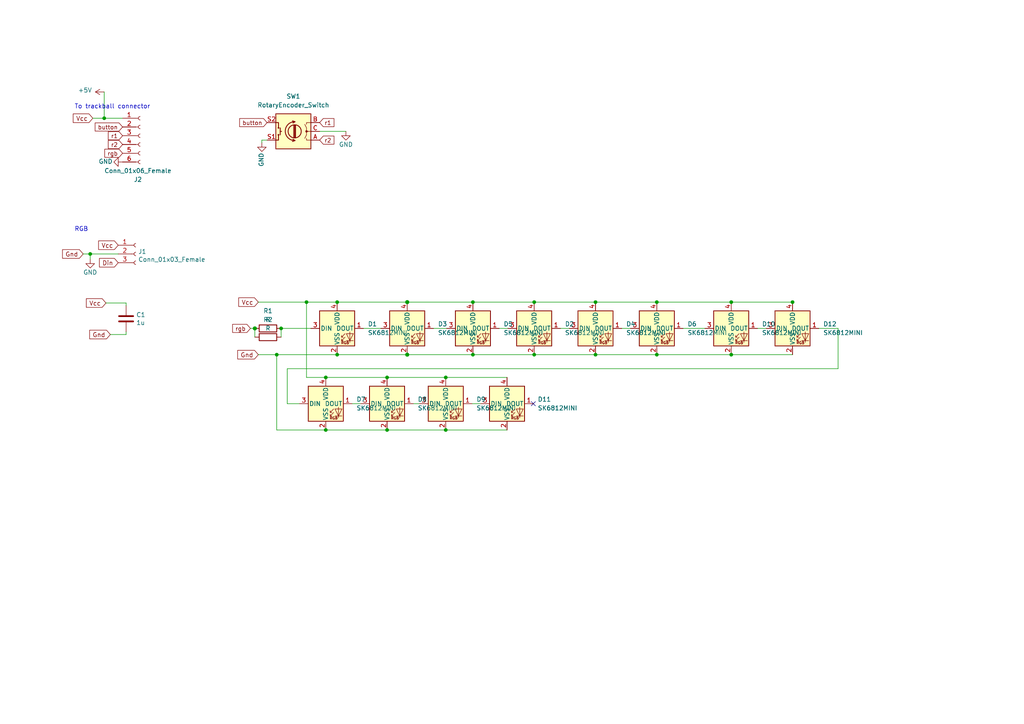
<source format=kicad_sch>
(kicad_sch (version 20211123) (generator eeschema)
  (paper "A4")
  (title_block (title "Charybdis Blackpill Holder") (date "2022-01-20") (rev "1.2") (company "BastardKB x KarlK90") (comment 1 "Licensed under CERN-OHL-W v2"))
  (lib_symbols
    (symbol "Connector:Conn_01x03_Female" (pin_names (offset 1.016) hide)
      (property "Reference" "J" (at 0 5.08 0))
      (property "Value" "Conn_01x03_Female" (at 0 -5.08 0))
      (symbol "Conn_01x03_Female_1_1"
        (arc (start 0 -2.032) (mid -0.508 -2.54) (end 0 -3.048) (stroke (width 0.1524)))
        (polyline (pts (xy -1.27 -2.54) (xy -0.508 -2.54)) (stroke (width 0.1524)))
        (polyline (pts (xy -1.27 0) (xy -0.508 0)) (stroke (width 0.1524)))
        (polyline (pts (xy -1.27 2.54) (xy -0.508 2.54)) (stroke (width 0.1524)))
        (arc (start 0 0.508) (mid -0.508 0) (end 0 -0.508) (stroke (width 0.1524)))
        (arc (start 0 3.048) (mid -0.508 2.54) (end 0 2.032) (stroke (width 0.1524)))
        (pin passive line (at -5.08 2.54 0) (length 3.81) (name "Pin_1") (number "1"))
        (pin passive line (at -5.08 0 0) (length 3.81) (name "Pin_2") (number "2"))
        (pin passive line (at -5.08 -2.54 0) (length 3.81) (name "Pin_3") (number "3"))
      )
    )
    (symbol "Connector:Conn_01x06_Female" (pin_names (offset 1.016) hide)
      (property "Reference" "J" (at 0 7.62 0))
      (property "Value" "Conn_01x06_Female" (at 0 -10.16 0))
      (symbol "Conn_01x06_Female_1_1"
        (arc (start 0 -7.112) (mid -0.508 -7.62) (end 0 -8.128) (stroke (width 0.1524)))
        (arc (start 0 -4.572) (mid -0.508 -5.08) (end 0 -5.588) (stroke (width 0.1524)))
        (arc (start 0 -2.032) (mid -0.508 -2.54) (end 0 -3.048) (stroke (width 0.1524)))
        (polyline (pts (xy -1.27 -7.62) (xy -0.508 -7.62)) (stroke (width 0.1524)))
        (polyline (pts (xy -1.27 -5.08) (xy -0.508 -5.08)) (stroke (width 0.1524)))
        (polyline (pts (xy -1.27 -2.54) (xy -0.508 -2.54)) (stroke (width 0.1524)))
        (polyline (pts (xy -1.27 0) (xy -0.508 0)) (stroke (width 0.1524)))
        (polyline (pts (xy -1.27 2.54) (xy -0.508 2.54)) (stroke (width 0.1524)))
        (polyline (pts (xy -1.27 5.08) (xy -0.508 5.08)) (stroke (width 0.1524)))
        (arc (start 0 0.508) (mid -0.508 0) (end 0 -0.508) (stroke (width 0.1524)))
        (arc (start 0 3.048) (mid -0.508 2.54) (end 0 2.032) (stroke (width 0.1524)))
        (arc (start 0 5.588) (mid -0.508 5.08) (end 0 4.572) (stroke (width 0.1524)))
        (pin passive line (at -5.08 5.08 0) (length 3.81) (name "Pin_1") (number "1"))
        (pin passive line (at -5.08 2.54 0) (length 3.81) (name "Pin_2") (number "2"))
        (pin passive line (at -5.08 0 0) (length 3.81) (name "Pin_3") (number "3"))
        (pin passive line (at -5.08 -2.54 0) (length 3.81) (name "Pin_4") (number "4"))
        (pin passive line (at -5.08 -5.08 0) (length 3.81) (name "Pin_5") (number "5"))
        (pin passive line (at -5.08 -7.62 0) (length 3.81) (name "Pin_6") (number "6"))
      )
    )
    (symbol "Device:C" (pin_numbers hide) (pin_names (offset 0.254))
      (property "Reference" "C" (at 0.635 2.54 0))
      (property "Value" "C" (at 0.635 -2.54 0))
      (symbol "C_0_1"
        (polyline (pts (xy -2.032 -0.762) (xy 2.032 -0.762)) (stroke (width 0.508)))
        (polyline (pts (xy -2.032 0.762) (xy 2.032 0.762)) (stroke (width 0.508)))
      )
      (symbol "C_1_1"
        (pin passive line (at 0 3.81 270) (length 2.794) (name "~") (number "1"))
        (pin passive line (at 0 -3.81 90) (length 2.794) (name "~") (number "2"))
      )
    )
    (symbol "Device:R" (pin_numbers hide) (pin_names (offset 0))
      (property "Reference" "R" (at 2.032 0 90))
      (property "Value" "R" (at 0 0 90))
      (symbol "R_0_1"
        (rectangle (start -1.016 -2.54) (end 1.016 2.54) (stroke (width 0.254)))
      )
      (symbol "R_1_1"
        (pin passive line (at 0 3.81 270) (length 1.27) (name "~") (number "1"))
        (pin passive line (at 0 -3.81 90) (length 1.27) (name "~") (number "2"))
      )
    )
    (symbol "Device:RotaryEncoder_Switch" (pin_names (offset 0.254) hide)
      (property "Reference" "SW" (at 0 6.604 0))
      (property "Value" "RotaryEncoder_Switch" (at 0 -6.604 0))
      (symbol "RotaryEncoder_Switch_0_1"
        (rectangle (start -5.08 5.08) (end 5.08 -5.08) (stroke (width 0.254)) (fill (type background)))
        (circle (center -3.81 0) (radius 0.254) (fill (type outline)))
        (arc (start -0.381 -2.794) (mid 2.3622 -0.0635) (end -0.381 2.667) (stroke (width 0.254)))
        (circle (center -0.381 0) (radius 1.905) (stroke (width 0.254)))
        (polyline (pts (xy -0.635 -1.778) (xy -0.635 1.778)) (stroke (width 0.254)))
        (polyline (pts (xy -0.381 -1.778) (xy -0.381 1.778)) (stroke (width 0.254)))
        (polyline (pts (xy -0.127 1.778) (xy -0.127 -1.778)) (stroke (width 0.254)))
        (polyline (pts (xy 3.81 0) (xy 3.429 0)) (stroke (width 0.254)))
        (polyline (pts (xy 3.81 1.016) (xy 3.81 -1.016)) (stroke (width 0.254)))
        (polyline (pts (xy -5.08 -2.54) (xy -3.81 -2.54) (xy -3.81 -2.032)))
        (polyline (pts (xy -5.08 2.54) (xy -3.81 2.54) (xy -3.81 2.032)))
        (polyline (pts (xy 0.254 -3.048) (xy -0.508 -2.794) (xy 0.127 -2.413)) (stroke (width 0.254)))
        (polyline (pts (xy 0.254 2.921) (xy -0.508 2.667) (xy 0.127 2.286)) (stroke (width 0.254)))
        (polyline (pts (xy 5.08 -2.54) (xy 4.318 -2.54) (xy 4.318 -1.016)) (stroke (width 0.254)))
        (polyline (pts (xy 5.08 2.54) (xy 4.318 2.54) (xy 4.318 1.016)) (stroke (width 0.254)))
        (polyline (pts (xy -5.08 0) (xy -3.81 0) (xy -3.81 -1.016) (xy -3.302 -2.032)))
        (polyline (pts (xy -4.318 0) (xy -3.81 0) (xy -3.81 1.016) (xy -3.302 2.032)))
        (circle (center 4.318 -1.016) (radius 0.127) (stroke (width 0.254)))
        (circle (center 4.318 1.016) (radius 0.127) (stroke (width 0.254)))
      )
      (symbol "RotaryEncoder_Switch_1_1"
        (pin passive line (at -7.62 2.54 0) (length 2.54) (name "A") (number "A"))
        (pin passive line (at -7.62 -2.54 0) (length 2.54) (name "B") (number "B"))
        (pin passive line (at -7.62 0 0) (length 2.54) (name "C") (number "C"))
        (pin passive line (at 7.62 2.54 180) (length 2.54) (name "S1") (number "S1"))
        (pin passive line (at 7.62 -2.54 180) (length 2.54) (name "S2") (number "S2"))
      )
    )
    (symbol "LED:SK6812MINI" (pin_names (offset 0.254))
      (property "Reference" "D" (at 5.08 5.715 0))
      (property "Value" "SK6812MINI" (at 1.27 -5.715 0))
      (symbol "SK6812MINI_0_0"
        (text "RGB" (at 2.286 -4.191 0) (effects (font (size 0.762 0.762))))
      )
      (symbol "SK6812MINI_0_1"
        (polyline (pts (xy 1.27 -3.556) (xy 1.778 -3.556)))
        (polyline (pts (xy 1.27 -2.54) (xy 1.778 -2.54)))
        (polyline (pts (xy 4.699 -3.556) (xy 2.667 -3.556)))
        (polyline (pts (xy 2.286 -2.54) (xy 1.27 -3.556) (xy 1.27 -3.048)))
        (polyline (pts (xy 2.286 -1.524) (xy 1.27 -2.54) (xy 1.27 -2.032)))
        (polyline (pts (xy 3.683 -1.016) (xy 3.683 -3.556) (xy 3.683 -4.064)))
        (polyline (pts (xy 4.699 -1.524) (xy 2.667 -1.524) (xy 3.683 -3.556) (xy 4.699 -1.524)))
        (rectangle (start 5.08 5.08) (end -5.08 -5.08) (stroke (width 0.254)) (fill (type background)))
      )
      (symbol "SK6812MINI_1_1"
        (pin output line (at 7.62 0 180) (length 2.54) (name "DOUT") (number "1"))
        (pin power_in line (at 0 -7.62 90) (length 2.54) (name "VSS") (number "2"))
        (pin input line (at -7.62 0 0) (length 2.54) (name "DIN") (number "3"))
        (pin power_in line (at 0 7.62 270) (length 2.54) (name "VDD") (number "4"))
      )
    )
    (symbol "power:+5V" (power) (pin_names (offset 0))
      (property "Value" "+5V" (at 0 3.556 0))
      (symbol "+5V_0_1"
        (polyline (pts (xy -0.762 1.27) (xy 0 2.54)))
        (polyline (pts (xy 0 0) (xy 0 2.54)))
        (polyline (pts (xy 0 2.54) (xy 0.762 1.27)))
      )
      (symbol "+5V_1_1"
        (pin power_in line (at 0 0 90) (length 0) hide (name "+5V") (number "1"))
      )
    )
    (symbol "power:GND" (power) (pin_names (offset 0))
      (property "Value" "GND" (at 0 -3.81 0))
      (symbol "GND_0_1"
        (polyline (pts (xy 0 0) (xy 0 -1.27) (xy 1.27 -1.27) (xy 0 -2.54) (xy -1.27 -1.27) (xy 0 -1.27)))
      )
      (symbol "GND_1_1"
        (pin power_in line (at 0 0 270) (length 0) hide (name "GND") (number "1"))
      )
    )
  )
  (junction (at 129.286 124.714))
  (junction (at 129.286 109.474))
  (junction (at 172.72 87.63))
  (junction (at 118.11 102.87) (diameter 1.016))
  (junction (at 73.914 95.25) (diameter 1.016))
  (junction (at 30.226 34.29))
  (junction (at 190.5 102.87))
  (junction (at 190.5 87.63))
  (junction (at 97.79 102.87))
  (junction (at 229.87 87.63))
  (junction (at 112.268 124.714))
  (junction (at 26.162 73.66))
  (junction (at 80.264 102.87))
  (junction (at 97.79 87.63))
  (junction (at 212.09 102.87))
  (junction (at 81.534 95.25))
  (junction (at 137.16 87.63))
  (junction (at 137.16 102.87))
  (junction (at 88.9 87.63))
  (junction (at 212.09 87.63))
  (junction (at 112.268 109.474))
  (junction (at 154.94 102.87))
  (junction (at 94.488 124.714))
  (junction (at 154.94 87.63))
  (junction (at 94.488 109.474))
  (junction (at 172.72 102.87))
  (junction (at 118.11 87.63) (diameter 1.016))
  (no_connect (at 154.686 117.094))
  (wire (pts (xy 162.56 95.25) (xy 165.1 95.25)))
  (wire (pts (xy 172.72 102.87) (xy 190.5 102.87)))
  (wire (pts (xy 144.78 95.25) (xy 147.32 95.25)))
  (wire (pts (xy 105.41 95.25) (xy 110.49 95.25)))
  (wire (pts (xy 74.93 87.63) (xy 88.9 87.63)))
  (wire (pts (xy 30.226 34.29) (xy 35.56 34.29)))
  (wire (pts (xy 80.264 102.87) (xy 97.79 102.87)))
  (wire (pts (xy 86.868 117.094) (xy 83.312 117.094)))
  (wire (pts (xy 36.576 97.028) (xy 32.004 97.028)))
  (wire (pts (xy 190.5 87.63) (xy 212.09 87.63)))
  (wire (pts (xy 137.16 87.63) (xy 154.94 87.63)))
  (wire (pts (xy 75.946 40.64) (xy 75.946 41.402)))
  (wire (pts (xy 94.488 124.714) (xy 112.268 124.714)))
  (wire (pts (xy 198.12 95.25) (xy 204.47 95.25)))
  (wire (pts (xy 92.71 38.1) (xy 100.33 38.1)))
  (wire (pts (xy 212.09 87.63) (xy 229.87 87.63)))
  (wire (pts (xy 94.488 124.714) (xy 80.264 124.714)))
  (wire (pts (xy 81.534 97.79) (xy 81.534 95.25)))
  (wire (pts (xy 88.9 87.63) (xy 97.79 87.63)))
  (wire (pts (xy 243.078 95.25) (xy 237.49 95.25)))
  (wire (pts (xy 36.576 87.884) (xy 36.576 88.646)))
  (wire (pts (xy 83.312 106.934) (xy 243.078 106.934)))
  (wire (pts (xy 119.888 117.094) (xy 121.666 117.094)))
  (wire (pts (xy 81.534 95.25) (xy 90.17 95.25)))
  (wire (pts (xy 172.72 87.63) (xy 190.5 87.63)))
  (wire (pts (xy 180.34 95.25) (xy 182.88 95.25)))
  (wire (pts (xy 118.11 102.87) (xy 137.16 102.87)))
  (wire (pts (xy 154.94 87.63) (xy 172.72 87.63)))
  (wire (pts (xy 219.71 95.25) (xy 222.25 95.25)))
  (wire (pts (xy 26.162 73.66) (xy 34.29 73.66)))
  (wire (pts (xy 26.162 73.66) (xy 26.162 75.184)))
  (wire (pts (xy 112.268 124.714) (xy 129.286 124.714)))
  (wire (pts (xy 73.914 95.25) (xy 73.914 97.79)))
  (wire (pts (xy 112.268 109.474) (xy 129.286 109.474)))
  (wire (pts (xy 118.11 87.63) (xy 137.16 87.63)))
  (wire (pts (xy 77.47 40.64) (xy 75.946 40.64)))
  (wire (pts (xy 129.286 109.474) (xy 147.066 109.474)))
  (wire (pts (xy 136.906 117.094) (xy 139.446 117.094)))
  (wire (pts (xy 72.644 95.25) (xy 73.914 95.25)))
  (wire (pts (xy 74.93 102.87) (xy 80.264 102.87)))
  (wire (pts (xy 94.488 109.474) (xy 112.268 109.474)))
  (wire (pts (xy 212.09 102.87) (xy 229.87 102.87)))
  (wire (pts (xy 97.79 102.87) (xy 118.11 102.87)))
  (wire (pts (xy 26.924 34.29) (xy 30.226 34.29)))
  (wire (pts (xy 154.94 102.87) (xy 172.72 102.87)))
  (wire (pts (xy 97.79 87.63) (xy 118.11 87.63)))
  (wire (pts (xy 30.734 87.884) (xy 36.576 87.884)))
  (wire (pts (xy 88.9 109.474) (xy 88.9 87.63)))
  (wire (pts (xy 129.286 124.714) (xy 147.066 124.714)))
  (wire (pts (xy 80.264 102.87) (xy 80.264 124.714)))
  (wire (pts (xy 83.312 117.094) (xy 83.312 106.934)))
  (wire (pts (xy 229.87 87.63) (xy 230.124 87.63)))
  (wire (pts (xy 102.108 117.094) (xy 104.648 117.094)))
  (wire (pts (xy 125.73 95.25) (xy 129.54 95.25)))
  (wire (pts (xy 36.576 96.266) (xy 36.576 97.028)))
  (wire (pts (xy 94.488 109.474) (xy 88.9 109.474)))
  (wire (pts (xy 30.226 26.67) (xy 30.226 34.29)))
  (wire (pts (xy 243.078 106.934) (xy 243.078 95.25)))
  (wire (pts (xy 190.5 102.87) (xy 212.09 102.87)))
  (wire (pts (xy 24.13 73.66) (xy 26.162 73.66)))
  (wire (pts (xy 137.16 102.87) (xy 154.94 102.87)))
  (text "To trackball connector" (at 21.59 31.75 0) (effects (font (size 1.27 1.27)) (justify left bottom)))
  (text "RGB" (at 21.59 67.31 0) (effects (font (size 1.27 1.27)) (justify left bottom)))
  (global_label "Vcc" (shape input) (at 26.924 34.29 180) (property "Intersheet References" "${INTERSHEET_REFS}" (effects hide)))
  (global_label "button" (shape input) (at 35.56 36.83 180) (effects (font (size 1.1938 1.1938))) (property "Intersheet References" "${INTERSHEET_REFS}" (effects hide)))
  (global_label "rgb" (shape input) (at 35.56 44.45 180) (effects (font (size 1.1938 1.1938))) (property "Intersheet References" "${INTERSHEET_REFS}" (effects hide)))
  (global_label "button" (shape input) (at 77.47 35.56 180) (effects (font (size 1.1938 1.1938))) (property "Intersheet References" "${INTERSHEET_REFS}" (effects hide)))
  (global_label "Gnd" (shape input) (at 74.93 102.87 180) (property "Intersheet References" "${INTERSHEET_REFS}" (effects hide)))
  (global_label "Gnd" (shape input) (at 32.004 97.028 180) (property "Intersheet References" "${INTERSHEET_REFS}" (effects hide)))
  (global_label "rgb" (shape input) (at 72.644 95.25 180) (effects (font (size 1.1938 1.1938))) (property "Intersheet References" "${INTERSHEET_REFS}" (effects hide)))
  (global_label "r2" (shape input) (at 35.56 41.91 180) (effects (font (size 1.1938 1.1938))) (property "Intersheet References" "${INTERSHEET_REFS}" (effects hide)))
  (global_label "r2" (shape input) (at 92.71 40.64 0) (effects (font (size 1.1938 1.1938))) (property "Intersheet References" "${INTERSHEET_REFS}" (effects hide)))
  (global_label "r1" (shape input) (at 35.56 39.37 180) (effects (font (size 1.1938 1.1938))) (property "Intersheet References" "${INTERSHEET_REFS}" (effects hide)))
  (global_label "Din" (shape input) (at 34.29 76.2 180) (property "Intersheet References" "${INTERSHEET_REFS}" (effects hide)))
  (global_label "r1" (shape input) (at 92.71 35.56 0) (effects (font (size 1.1938 1.1938))) (property "Intersheet References" "${INTERSHEET_REFS}" (effects hide)))
  (global_label "Vcc" (shape input) (at 34.29 71.12 180) (property "Intersheet References" "${INTERSHEET_REFS}" (effects hide)))
  (global_label "Vcc" (shape input) (at 30.734 87.884 180) (property "Intersheet References" "${INTERSHEET_REFS}" (effects hide)))
  (global_label "Gnd" (shape input) (at 24.13 73.66 180) (property "Intersheet References" "${INTERSHEET_REFS}" (effects hide)))
  (global_label "Vcc" (shape input) (at 74.93 87.63 180) (property "Intersheet References" "${INTERSHEET_REFS}" (effects hide)))
  (symbol (lib_id "LED:SK6812MINI") (at 229.87 95.25 0) (unit 1)
    (property "Reference" "D12" (at 238.76 93.98 0) (effects (justify left)))
    (property "Value" "SK6812MINI" (at 238.76 96.52 0) (effects (justify left)))
    (property "Footprint" "Library:YS-SK6812MINI-E" (effects hide))
    (property "Datasheet" "https://cdn-shop.adafruit.com/product-files/2686/SK6812MINI_REV.01-1-2.pdf" (effects hide))
  )
  (symbol (lib_id "LED:SK6812MINI") (at 154.94 95.25 0) (unit 1)
    (property "Reference" "D2" (at 163.83 93.98 0) (effects (justify left)))
    (property "Value" "SK6812MINI" (at 163.83 96.52 0) (effects (justify left)))
    (property "Footprint" "Library:YS-SK6812MINI-E" (effects hide))
    (property "Datasheet" "https://cdn-shop.adafruit.com/product-files/2686/SK6812MINI_REV.01-1-2.pdf" (effects hide))
  )
  (symbol (lib_id "LED:SK6812MINI") (at 190.5 95.25 0) (unit 1)
    (property "Reference" "D6" (at 199.39 93.98 0) (effects (justify left)))
    (property "Value" "SK6812MINI" (at 199.39 96.52 0) (effects (justify left)))
    (property "Footprint" "Library:YS-SK6812MINI-E" (effects hide))
    (property "Datasheet" "https://cdn-shop.adafruit.com/product-files/2686/SK6812MINI_REV.01-1-2.pdf" (effects hide))
  )
  (symbol (lib_id "LED:SK6812MINI") (at 97.79 95.25 0) (unit 1)
    (property "Reference" "D1" (at 106.68 93.98 0) (effects (justify left)))
    (property "Value" "SK6812MINI" (at 106.68 96.52 0) (effects (justify left)))
    (property "Footprint" "Library:YS-SK6812MINI-E" (effects hide))
    (property "Datasheet" "https://cdn-shop.adafruit.com/product-files/2686/SK6812MINI_REV.01-1-2.pdf" (effects hide))
  )
  (symbol (lib_id "Connector:Conn_01x06_Female") (at 40.64 39.37 0) (unit 1)
    (property "Reference" "J2" (at 40.005 52.07 0))
    (property "Value" "Conn_01x06_Female" (at 40.005 49.53 0))
    (property "Footprint" "Library:6_PinHeader" (effects hide))
  )
  (symbol (lib_id "LED:SK6812MINI") (at 112.268 117.094 0) (unit 1)
    (property "Reference" "D8" (at 121.158 115.824 0) (effects (justify left)))
    (property "Value" "SK6812MINI" (at 121.158 118.364 0) (effects (justify left)))
    (property "Footprint" "Library:YS-SK6812MINI-E" (effects hide))
    (property "Datasheet" "https://cdn-shop.adafruit.com/product-files/2686/SK6812MINI_REV.01-1-2.pdf" (effects hide))
  )
  (symbol (lib_id "Device:R") (at 77.724 95.25 270) (unit 1)
    (property "Reference" "R1" (at 77.724 90.17 90))
    (property "Value" "R" (at 77.724 92.71 90))
    (property "Footprint" "Resistor_SMD:R_1206_3216Metric_Pad1.42x1.75mm_HandSolder" (effects hide))
  )
  (symbol (lib_id "power:GND") (at 100.33 38.1 0) (unit 1)
    (property "Reference" "#PWR0103" (effects hide))
    (property "Value" "GND" (at 100.33 41.91 0))
  )
  (symbol (lib_id "LED:SK6812MINI") (at 172.72 95.25 0) (unit 1)
    (property "Reference" "D4" (at 181.61 93.98 0) (effects (justify left)))
    (property "Value" "SK6812MINI" (at 181.61 96.52 0) (effects (justify left)))
    (property "Footprint" "Library:YS-SK6812MINI-E" (effects hide))
    (property "Datasheet" "https://cdn-shop.adafruit.com/product-files/2686/SK6812MINI_REV.01-1-2.pdf" (effects hide))
  )
  (symbol (lib_id "LED:SK6812MINI") (at 147.066 117.094 0) (unit 1)
    (property "Reference" "D11" (at 155.956 115.824 0) (effects (justify left)))
    (property "Value" "SK6812MINI" (at 155.956 118.364 0) (effects (justify left)))
    (property "Footprint" "Library:YS-SK6812MINI-E" (effects hide))
    (property "Datasheet" "https://cdn-shop.adafruit.com/product-files/2686/SK6812MINI_REV.01-1-2.pdf" (effects hide))
  )
  (symbol (lib_id "LED:SK6812MINI") (at 118.11 95.25 0) (unit 1)
    (property "Reference" "D3" (at 127 93.98 0) (effects (justify left)))
    (property "Value" "SK6812MINI" (at 127 96.52 0) (effects (justify left)))
    (property "Footprint" "Library:YS-SK6812MINI-E" (effects hide))
    (property "Datasheet" "https://cdn-shop.adafruit.com/product-files/2686/SK6812MINI_REV.01-1-2.pdf" (effects hide))
  )
  (symbol (lib_id "LED:SK6812MINI") (at 137.16 95.25 0) (unit 1)
    (property "Reference" "D5" (at 146.05 93.98 0) (effects (justify left)))
    (property "Value" "SK6812MINI" (at 146.05 96.52 0) (effects (justify left)))
    (property "Footprint" "Library:YS-SK6812MINI-E" (effects hide))
    (property "Datasheet" "https://cdn-shop.adafruit.com/product-files/2686/SK6812MINI_REV.01-1-2.pdf" (effects hide))
  )
  (symbol (lib_id "LED:SK6812MINI") (at 129.286 117.094 0) (unit 1)
    (property "Reference" "D9" (at 138.176 115.824 0) (effects (justify left)))
    (property "Value" "SK6812MINI" (at 138.176 118.364 0) (effects (justify left)))
    (property "Footprint" "Library:YS-SK6812MINI-E" (effects hide))
    (property "Datasheet" "https://cdn-shop.adafruit.com/product-files/2686/SK6812MINI_REV.01-1-2.pdf" (effects hide))
  )
  (symbol (lib_id "power:GND") (at 35.56 46.99 270) (unit 1)
    (property "Reference" "#PWR0102" (effects hide))
    (property "Value" "GND" (at 28.5751 46.834 90) (effects (justify left)))
  )
  (symbol (lib_id "Device:R") (at 77.724 97.79 270) (unit 1)
    (property "Reference" "R2" (at 77.724 92.71 90))
    (property "Value" "R" (at 77.724 95.25 90))
    (property "Footprint" "Resistor_SMD:R_1206_3216Metric_Pad1.42x1.75mm_HandSolder" (effects hide))
  )
  (symbol (lib_id "power:+5V") (at 30.226 26.67 90) (unit 1)
    (property "Reference" "#PWR0101" (effects hide))
    (property "Value" "+5V" (at 22.606 26.162 90) (effects (justify right)))
  )
  (symbol (lib_id "power:GND") (at 26.162 75.184 0) (unit 1)
    (property "Reference" "#PWR0104" (effects hide))
    (property "Value" "GND" (at 26.162 78.994 0))
  )
  (symbol (lib_id "Device:C") (at 36.576 92.456 0) (unit 1)
    (property "Reference" "C1" (at 39.4971 91.3066 0) (effects (justify left)))
    (property "Value" "1u" (at 39.4971 93.6053 0) (effects (justify left)))
    (property "Footprint" "Capacitor_SMD:C_1206_3216Metric_Pad1.42x1.75mm_HandSolder" (effects hide))
  )
  (symbol (lib_id "LED:SK6812MINI") (at 94.488 117.094 0) (unit 1)
    (property "Reference" "D7" (at 103.378 115.824 0) (effects (justify left)))
    (property "Value" "SK6812MINI" (at 103.378 118.364 0) (effects (justify left)))
    (property "Footprint" "Library:YS-SK6812MINI-E" (effects hide))
    (property "Datasheet" "https://cdn-shop.adafruit.com/product-files/2686/SK6812MINI_REV.01-1-2.pdf" (effects hide))
  )
  (symbol (lib_id "Device:RotaryEncoder_Switch") (at 85.09 38.1 180) (unit 1)
    (property "Reference" "SW1" (at 85.09 27.94 0))
    (property "Value" "RotaryEncoder_Switch" (at 85.09 30.48 0))
    (property "Footprint" "Library:RotaryEncoder_Alps_EC11E-Switch_Vertical_H20mm" (effects hide))
  )
  (symbol (lib_id "Connector:Conn_01x03_Female") (at 39.37 73.66 0) (unit 1)
    (property "Reference" "J1" (at 40.0813 72.9678 0) (effects (justify left)))
    (property "Value" "Conn_01x03_Female" (at 40.0813 75.2665 0) (effects (justify left)))
    (property "Footprint" "Connector_PinHeader_2.54mm:PinHeader_1x03_P2.54mm_Vertical" (effects hide))
  )
  (symbol (lib_id "power:GND") (at 75.946 41.402 0) (unit 1)
    (property "Reference" "#PWR0105" (effects hide))
    (property "Value" "GND" (at 75.79 48.3869 90) (effects (justify left)))
  )
  (symbol (lib_id "LED:SK6812MINI") (at 212.09 95.25 0) (unit 1)
    (property "Reference" "D10" (at 220.98 93.98 0) (effects (justify left)))
    (property "Value" "SK6812MINI" (at 220.98 96.52 0) (effects (justify left)))
    (property "Footprint" "Library:YS-SK6812MINI-E" (effects hide))
    (property "Datasheet" "https://cdn-shop.adafruit.com/product-files/2686/SK6812MINI_REV.01-1-2.pdf" (effects hide))
  )
)
</source>
